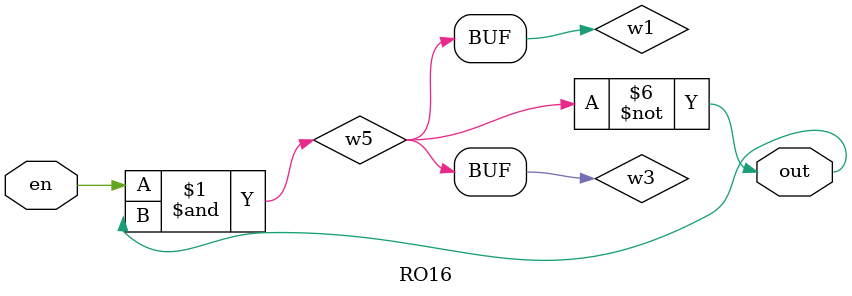
<source format=v>
`timescale 1ns / 1ps
module RO1(input en,
			output out
    );

       (* S= "TRUE"*)(* ALLOW_COMBINATORIAL_LOOPS = "true", KEEP = "true" *) 
	    wire w1, w2, w3,w4,w5;  
		
		  
        and #1(w1, en, out);
        not #1(w2, w1);
        not #1(w3, w2);
        not #1(w4,w3);
        not #1(w5, w4);
        not #1(out, w5);
		  
endmodule

module RO2(input en,
			output out
    );

       (* S= "TRUE"*)(* ALLOW_COMBINATORIAL_LOOPS = "true", KEEP = "true" *) 
	    wire w1, w2, w3,w4,w5;  
		
		  
        and #1(w1, en, out);
        not #1(w2, w1);
        not #1(w3, w2);
        not #1(w4,w3);
        not #1(w5, w4);
        not #1(out, w5);
		  
endmodule

module RO3(input en,
			output out
    );

       (* S= "TRUE"*)(* ALLOW_COMBINATORIAL_LOOPS = "true", KEEP = "true" *) 
	    wire w1, w2, w3,w4,w5;  
		
		  
        and #1(w1, en, out);
        not #1(w2, w1);
        not #1(w3, w2);
        not #1(w4,w3);
        not #1(w5, w4);
        not #1(out, w5);
		  
endmodule

module RO4(input en,
			output out
    );

       (* S= "TRUE"*)(* ALLOW_COMBINATORIAL_LOOPS = "true", KEEP = "true" *) 
	    wire w1, w2, w3,w4,w5;  
		
		  
        and #1(w1, en, out);
        not #1(w2, w1);
        not #1(w3, w2);
        not #1(w4,w3);
        not #1(w5, w4);
        not #1(out, w5);
		  
endmodule

module RO5(input en,
			output out
    );

       (* S= "TRUE"*)(* ALLOW_COMBINATORIAL_LOOPS = "true", KEEP = "true" *) 
	    wire w1, w2, w3,w4,w5;  
		
		  
        and #1(w1, en, out);
        not #1(w2, w1);
        not #1(w3, w2);
        not #1(w4,w3);
        not #1(w5, w4);
        not #1(out, w5);
		  
endmodule

module RO6(input en,
			output out
    );

       (* S= "TRUE"*)(* ALLOW_COMBINATORIAL_LOOPS = "true", KEEP = "true" *) 
	    wire w1, w2, w3,w4,w5;  
		
		  
        and #1(w1, en, out);
        not #1(w2, w1);
        not #1(w3, w2);
        not #1(w4,w3);
        not #1(w5, w4);
        not #1(out, w5);
		  
endmodule

module RO7(input en,
			output out
    );

       (* S= "TRUE"*)(* ALLOW_COMBINATORIAL_LOOPS = "true", KEEP = "true" *) 
	    wire w1, w2, w3,w4,w5;  
		
		  
        and #1(w1, en, out);
        not #1(w2, w1);
        not #1(w3, w2);
        not #1(w4,w3);
        not #1(w5, w4);
        not #1(out, w5);
		  
endmodule

module RO8(input en,
			output out
    );

       (* S= "TRUE"*)(* ALLOW_COMBINATORIAL_LOOPS = "true", KEEP = "true" *) 
	    wire w1, w2, w3,w4,w5;  
		
		  
        and #1(w1, en, out);
        not #1(w2, w1);
        not #1(w3, w2);
        not #1(w4,w3);
        not #1(w5, w4);
        not #1(out, w5);
		  
endmodule

module RO9(input en,
			output out
    );

       (* S= "TRUE"*)(* ALLOW_COMBINATORIAL_LOOPS = "true", KEEP = "true" *) 
	    wire w1, w2, w3,w4,w5;  
		
		  
        and #1(w1, en, out);
        not #1(w2, w1);
        not #1(w3, w2);
        not #1(w4,w3);
        not #1(w5, w4);
        not #1(out, w5);
		  
endmodule

module RO10(input en,
			output out
    );

       (* S= "TRUE"*)(* ALLOW_COMBINATORIAL_LOOPS = "true", KEEP = "true" *) 
	    wire w1, w2, w3,w4,w5;  
		
		  
        and #1(w1, en, out);
        not #1(w2, w1);
        not #1(w3, w2);
        not #1(w4,w3);
        not #1(w5, w4);
        not #1(out, w5);
		  
endmodule

module RO11(input en,
			output out
    );

       (* S= "TRUE"*)(* ALLOW_COMBINATORIAL_LOOPS = "true", KEEP = "true" *) 
	    wire w1, w2, w3,w4,w5;  
		
		  
        and #1(w1, en, out);
        not #1(w2, w1);
        not #1(w3, w2);
        not #1(w4,w3);
        not #1(w5, w4);
        not #1(out, w5);
		  
endmodule

module RO12(input en,
			output out
    );

       (* S= "TRUE"*)(* ALLOW_COMBINATORIAL_LOOPS = "true", KEEP = "true" *) 
	    wire w1, w2, w3,w4,w5;  
		
		  
        and #1(w1, en, out);
        not #1(w2, w1);
        not #1(w3, w2);
        not #1(w4,w3);
        not #1(w5, w4);
        not #1(out, w5);
		  
endmodule

module RO13(input en,
			output out
    );

       (* S= "TRUE"*)(* ALLOW_COMBINATORIAL_LOOPS = "true", KEEP = "true" *) 
	    wire w1, w2, w3,w4,w5;  
		
		  
        and #1(w1, en, out);
        not #1(w2, w1);
        not #1(w3, w2);
        not #1(w4,w3);
        not #1(w5, w4);
        not #1(out, w5);
		  
endmodule

module RO14(input en,
			output out
    );

       (* S= "TRUE"*)(* ALLOW_COMBINATORIAL_LOOPS = "true", KEEP = "true" *) 
	    wire w1, w2, w3,w4,w5;  
		
		  
        and #1(w1, en, out);
        not #1(w2, w1);
        not #1(w3, w2);
        not #1(w4,w3);
        not #1(w5, w4);
        not #1(out, w5);
		  
endmodule

module RO15(input en,
			output out
    );

       (* S= "TRUE"*)(* ALLOW_COMBINATORIAL_LOOPS = "true", KEEP = "true" *) 
	    wire w1, w2, w3,w4,w5;  
		
		  
        and #1(w1, en, out);
        not #1(w2, w1);
        not #1(w3, w2);
        not #1(w4,w3);
        not #1(w5, w4);
        not #1(out, w5);
		  
endmodule

module RO16(input en,
			output out
    );

       (* S= "TRUE"*)(* ALLOW_COMBINATORIAL_LOOPS = "true", KEEP = "true" *) 
	    wire w1, w2, w3,w4,w5;  
		
		  
        and #1(w1, en, out);
        not #1(w2, w1);
        not #1(w3, w2);
        not #1(w4,w3);
        not #1(w5, w4);
        not #1(out, w5);
		  
endmodule
</source>
